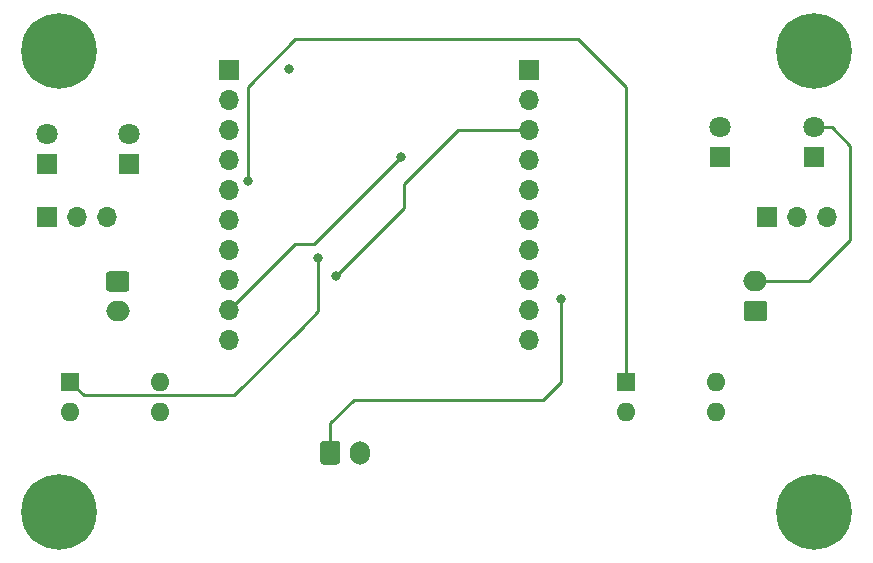
<source format=gbr>
%TF.GenerationSoftware,KiCad,Pcbnew,(5.1.9)-1*%
%TF.CreationDate,2022-06-16T11:17:04+09:00*%
%TF.ProjectId,Receiver,52656365-6976-4657-922e-6b696361645f,rev?*%
%TF.SameCoordinates,Original*%
%TF.FileFunction,Copper,L2,Bot*%
%TF.FilePolarity,Positive*%
%FSLAX46Y46*%
G04 Gerber Fmt 4.6, Leading zero omitted, Abs format (unit mm)*
G04 Created by KiCad (PCBNEW (5.1.9)-1) date 2022-06-16 11:17:04*
%MOMM*%
%LPD*%
G01*
G04 APERTURE LIST*
%TA.AperFunction,ComponentPad*%
%ADD10C,0.800000*%
%TD*%
%TA.AperFunction,ComponentPad*%
%ADD11C,6.400000*%
%TD*%
%TA.AperFunction,ComponentPad*%
%ADD12R,1.700000X1.700000*%
%TD*%
%TA.AperFunction,ComponentPad*%
%ADD13O,1.700000X1.700000*%
%TD*%
%TA.AperFunction,ComponentPad*%
%ADD14O,1.700000X2.000000*%
%TD*%
%TA.AperFunction,ComponentPad*%
%ADD15O,2.000000X1.700000*%
%TD*%
%TA.AperFunction,ComponentPad*%
%ADD16R,1.600000X1.600000*%
%TD*%
%TA.AperFunction,ComponentPad*%
%ADD17O,1.600000X1.600000*%
%TD*%
%TA.AperFunction,ComponentPad*%
%ADD18R,1.800000X1.800000*%
%TD*%
%TA.AperFunction,ComponentPad*%
%ADD19C,1.800000*%
%TD*%
%TA.AperFunction,ViaPad*%
%ADD20C,0.800000*%
%TD*%
%TA.AperFunction,Conductor*%
%ADD21C,0.250000*%
%TD*%
G04 APERTURE END LIST*
D10*
%TO.P,REF\u002A\u002A,1*%
%TO.N,N/C*%
X150697056Y-146302944D03*
X149000000Y-145600000D03*
X147302944Y-146302944D03*
X146600000Y-148000000D03*
X147302944Y-149697056D03*
X149000000Y-150400000D03*
X150697056Y-149697056D03*
X151400000Y-148000000D03*
D11*
X149000000Y-148000000D03*
%TD*%
D10*
%TO.P,REF\u002A\u002A,1*%
%TO.N,N/C*%
X150697056Y-107302944D03*
X149000000Y-106600000D03*
X147302944Y-107302944D03*
X146600000Y-109000000D03*
X147302944Y-110697056D03*
X149000000Y-111400000D03*
X150697056Y-110697056D03*
X151400000Y-109000000D03*
D11*
X149000000Y-109000000D03*
%TD*%
D10*
%TO.P,REF\u002A\u002A,1*%
%TO.N,N/C*%
X86697056Y-107302944D03*
X85000000Y-106600000D03*
X83302944Y-107302944D03*
X82600000Y-109000000D03*
X83302944Y-110697056D03*
X85000000Y-111400000D03*
X86697056Y-110697056D03*
X87400000Y-109000000D03*
D11*
X85000000Y-109000000D03*
%TD*%
D10*
%TO.P,REF\u002A\u002A,1*%
%TO.N,N/C*%
X86697056Y-146302944D03*
X85000000Y-145600000D03*
X83302944Y-146302944D03*
X82600000Y-148000000D03*
X83302944Y-149697056D03*
X85000000Y-150400000D03*
X86697056Y-149697056D03*
X87400000Y-148000000D03*
D11*
X85000000Y-148000000D03*
%TD*%
D12*
%TO.P,J3,1*%
%TO.N,N/C*%
X99440000Y-110600000D03*
D13*
%TO.P,J3,2*%
X99440000Y-113140000D03*
%TO.P,J3,3*%
X99440000Y-115680000D03*
%TO.P,J3,4*%
%TO.N,RX*%
X99440000Y-118220000D03*
%TO.P,J3,5*%
%TO.N,N/C*%
X99440000Y-120760000D03*
%TO.P,J3,6*%
X99440000Y-123300000D03*
%TO.P,J3,7*%
X99440000Y-125840000D03*
%TO.P,J3,8*%
X99440000Y-128380000D03*
%TO.P,J3,9*%
%TO.N,+3V3*%
X99440000Y-130920000D03*
%TO.P,J3,10*%
%TO.N,N/C*%
X99440000Y-133460000D03*
%TD*%
%TO.P,J4,10*%
%TO.N,N/C*%
X124840000Y-133460000D03*
%TO.P,J4,9*%
%TO.N,GND*%
X124840000Y-130920000D03*
%TO.P,J4,8*%
%TO.N,N/C*%
X124840000Y-128380000D03*
%TO.P,J4,7*%
X124840000Y-125840000D03*
%TO.P,J4,6*%
X124840000Y-123300000D03*
%TO.P,J4,5*%
X124840000Y-120760000D03*
%TO.P,J4,4*%
X124840000Y-118220000D03*
%TO.P,J4,3*%
%TO.N,TX*%
X124840000Y-115680000D03*
%TO.P,J4,2*%
%TO.N,N/C*%
X124840000Y-113140000D03*
D12*
%TO.P,J4,1*%
X124840000Y-110600000D03*
%TD*%
%TO.P,J5,1*%
%TO.N,+5V*%
%TA.AperFunction,ComponentPad*%
G36*
G01*
X107150000Y-143750000D02*
X107150000Y-142250000D01*
G75*
G02*
X107400000Y-142000000I250000J0D01*
G01*
X108600000Y-142000000D01*
G75*
G02*
X108850000Y-142250000I0J-250000D01*
G01*
X108850000Y-143750000D01*
G75*
G02*
X108600000Y-144000000I-250000J0D01*
G01*
X107400000Y-144000000D01*
G75*
G02*
X107150000Y-143750000I0J250000D01*
G01*
G37*
%TD.AperFunction*%
D14*
%TO.P,J5,2*%
%TO.N,GND*%
X110500000Y-143000000D03*
%TD*%
%TO.P,J6,1*%
%TO.N,Net-(J6-Pad1)*%
%TA.AperFunction,ComponentPad*%
G36*
G01*
X89250000Y-127650000D02*
X90750000Y-127650000D01*
G75*
G02*
X91000000Y-127900000I0J-250000D01*
G01*
X91000000Y-129100000D01*
G75*
G02*
X90750000Y-129350000I-250000J0D01*
G01*
X89250000Y-129350000D01*
G75*
G02*
X89000000Y-129100000I0J250000D01*
G01*
X89000000Y-127900000D01*
G75*
G02*
X89250000Y-127650000I250000J0D01*
G01*
G37*
%TD.AperFunction*%
D15*
%TO.P,J6,2*%
%TO.N,Net-(D2-Pad2)*%
X90000000Y-131000000D03*
%TD*%
D16*
%TO.P,U1,1*%
%TO.N,Out1*%
X86000000Y-137000000D03*
D17*
%TO.P,U1,3*%
%TO.N,Net-(D1-Pad2)*%
X93620000Y-139540000D03*
%TO.P,U1,2*%
%TO.N,GND*%
X86000000Y-139540000D03*
%TO.P,U1,4*%
%TO.N,Net-(D2-Pad2)*%
X93620000Y-137000000D03*
%TD*%
D18*
%TO.P,D1,1*%
%TO.N,Net-(D1-Pad1)*%
X84000000Y-118540000D03*
D19*
%TO.P,D1,2*%
%TO.N,Net-(D1-Pad2)*%
X84000000Y-116000000D03*
%TD*%
%TO.P,D2,2*%
%TO.N,Net-(D2-Pad2)*%
X91000000Y-116000000D03*
D18*
%TO.P,D2,1*%
%TO.N,Net-(D2-Pad1)*%
X91000000Y-118540000D03*
%TD*%
D12*
%TO.P,SW1,1*%
%TO.N,Net-(D1-Pad1)*%
X84000000Y-123000000D03*
D13*
%TO.P,SW1,2*%
%TO.N,Net-(J6-Pad1)*%
X86540000Y-123000000D03*
%TO.P,SW1,3*%
%TO.N,Net-(D2-Pad1)*%
X89080000Y-123000000D03*
%TD*%
D19*
%TO.P,D3,2*%
%TO.N,Net-(D3-Pad2)*%
X141000000Y-115460000D03*
D18*
%TO.P,D3,1*%
%TO.N,Net-(D3-Pad1)*%
X141000000Y-118000000D03*
%TD*%
%TO.P,D4,1*%
%TO.N,Net-(D4-Pad1)*%
X149000000Y-118000000D03*
D19*
%TO.P,D4,2*%
%TO.N,Net-(D4-Pad2)*%
X149000000Y-115460000D03*
%TD*%
%TO.P,J1,1*%
%TO.N,Net-(J1-Pad1)*%
%TA.AperFunction,ComponentPad*%
G36*
G01*
X144750000Y-131850000D02*
X143250000Y-131850000D01*
G75*
G02*
X143000000Y-131600000I0J250000D01*
G01*
X143000000Y-130400000D01*
G75*
G02*
X143250000Y-130150000I250000J0D01*
G01*
X144750000Y-130150000D01*
G75*
G02*
X145000000Y-130400000I0J-250000D01*
G01*
X145000000Y-131600000D01*
G75*
G02*
X144750000Y-131850000I-250000J0D01*
G01*
G37*
%TD.AperFunction*%
D15*
%TO.P,J1,2*%
%TO.N,Net-(D4-Pad2)*%
X144000000Y-128500000D03*
%TD*%
D12*
%TO.P,SW2,1*%
%TO.N,Net-(D3-Pad1)*%
X145000000Y-123000000D03*
D13*
%TO.P,SW2,2*%
%TO.N,Net-(J1-Pad1)*%
X147540000Y-123000000D03*
%TO.P,SW2,3*%
%TO.N,Net-(D4-Pad1)*%
X150080000Y-123000000D03*
%TD*%
D16*
%TO.P,U3,1*%
%TO.N,Out2*%
X133000000Y-137000000D03*
D17*
%TO.P,U3,3*%
%TO.N,Net-(D3-Pad2)*%
X140620000Y-139540000D03*
%TO.P,U3,2*%
%TO.N,GND*%
X133000000Y-139540000D03*
%TO.P,U3,4*%
%TO.N,Net-(D4-Pad2)*%
X140620000Y-137000000D03*
%TD*%
D20*
%TO.N,+5V*%
X127500000Y-130000000D03*
%TO.N,RX*%
X104500000Y-110500000D03*
%TO.N,+3V3*%
X114000000Y-118000000D03*
%TO.N,TX*%
X108500000Y-128000000D03*
%TO.N,Out1*%
X107000000Y-126500000D03*
%TO.N,Out2*%
X101000000Y-120000000D03*
%TD*%
D21*
%TO.N,+5V*%
X108000000Y-140500000D02*
X108000000Y-143000000D01*
X110000000Y-138500000D02*
X108000000Y-140500000D01*
X126000000Y-138500000D02*
X110000000Y-138500000D01*
X127500000Y-137000000D02*
X126000000Y-138500000D01*
X127500000Y-130000000D02*
X127500000Y-137000000D01*
%TO.N,+3V3*%
X99440000Y-130920000D02*
X105000000Y-125360000D01*
X105000000Y-125360000D02*
X106640000Y-125360000D01*
X106640000Y-125360000D02*
X114000000Y-118000000D01*
X114000000Y-118000000D02*
X114000000Y-118000000D01*
%TO.N,TX*%
X108500000Y-128000000D02*
X108500000Y-128000000D01*
X114250000Y-122250000D02*
X108500000Y-128000000D01*
X114250000Y-120250000D02*
X114250000Y-122250000D01*
X118820000Y-115680000D02*
X114250000Y-120250000D01*
X124840000Y-115680000D02*
X118820000Y-115680000D01*
%TO.N,Net-(D4-Pad2)*%
X149000000Y-115460000D02*
X150460000Y-115460000D01*
X150460000Y-115460000D02*
X152000000Y-117000000D01*
X152000000Y-117000000D02*
X152000000Y-125000000D01*
X148500000Y-128500000D02*
X144000000Y-128500000D01*
X152000000Y-125000000D02*
X148500000Y-128500000D01*
%TO.N,Out1*%
X87125001Y-138125001D02*
X99874999Y-138125001D01*
X86000000Y-137000000D02*
X87125001Y-138125001D01*
X99874999Y-138125001D02*
X105500000Y-132500000D01*
X105500000Y-132500000D02*
X107000000Y-131000000D01*
X107000000Y-131000000D02*
X107000000Y-127500000D01*
X107000000Y-127500000D02*
X107000000Y-126500000D01*
X107000000Y-126500000D02*
X107000000Y-126500000D01*
%TO.N,Out2*%
X133000000Y-137000000D02*
X133000000Y-112000000D01*
X133000000Y-112000000D02*
X129000000Y-108000000D01*
X129000000Y-108000000D02*
X105000000Y-108000000D01*
X105000000Y-108000000D02*
X101000000Y-112000000D01*
X101000000Y-112000000D02*
X101000000Y-120000000D01*
X101000000Y-120000000D02*
X101000000Y-120000000D01*
%TD*%
M02*

</source>
